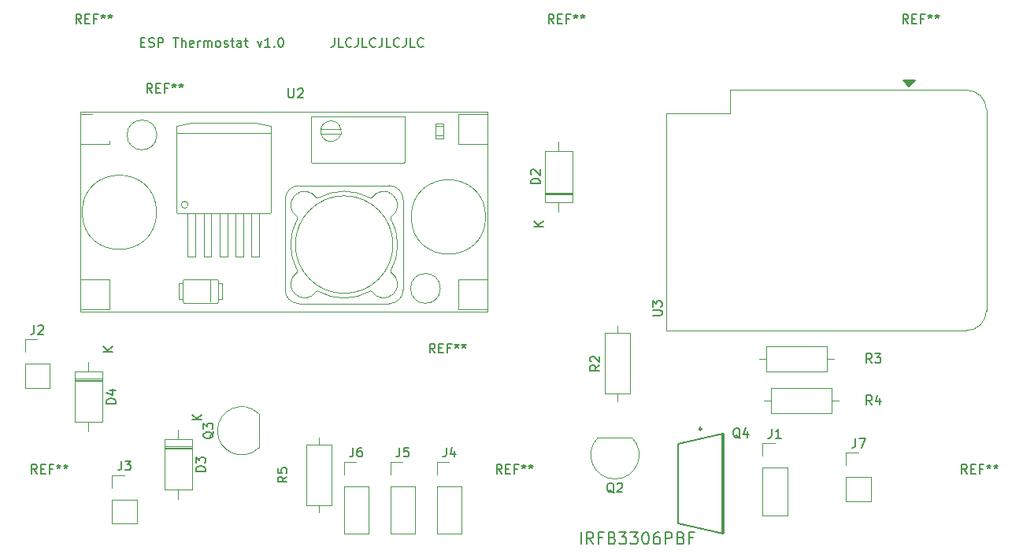
<source format=gbr>
%TF.GenerationSoftware,KiCad,Pcbnew,6.0.2+dfsg-1*%
%TF.CreationDate,2023-12-02T18:14:30+01:00*%
%TF.ProjectId,kicad_test_eurocard,6b696361-645f-4746-9573-745f6575726f,1.0*%
%TF.SameCoordinates,PX43b5fc0PY2ebae40*%
%TF.FileFunction,Legend,Top*%
%TF.FilePolarity,Positive*%
%FSLAX46Y46*%
G04 Gerber Fmt 4.6, Leading zero omitted, Abs format (unit mm)*
G04 Created by KiCad (PCBNEW 6.0.2+dfsg-1) date 2023-12-02 18:14:30*
%MOMM*%
%LPD*%
G01*
G04 APERTURE LIST*
%ADD10C,0.150000*%
%ADD11C,0.120000*%
%ADD12C,0.300000*%
%ADD13C,0.250000*%
G04 APERTURE END LIST*
D10*
X35641952Y-4037780D02*
X35641952Y-4752066D01*
X35594333Y-4894923D01*
X35499095Y-4990161D01*
X35356238Y-5037780D01*
X35261000Y-5037780D01*
X36594333Y-5037780D02*
X36118142Y-5037780D01*
X36118142Y-4037780D01*
X37499095Y-4942542D02*
X37451476Y-4990161D01*
X37308619Y-5037780D01*
X37213380Y-5037780D01*
X37070523Y-4990161D01*
X36975285Y-4894923D01*
X36927666Y-4799685D01*
X36880047Y-4609209D01*
X36880047Y-4466352D01*
X36927666Y-4275876D01*
X36975285Y-4180638D01*
X37070523Y-4085400D01*
X37213380Y-4037780D01*
X37308619Y-4037780D01*
X37451476Y-4085400D01*
X37499095Y-4133019D01*
X38213380Y-4037780D02*
X38213380Y-4752066D01*
X38165761Y-4894923D01*
X38070523Y-4990161D01*
X37927666Y-5037780D01*
X37832428Y-5037780D01*
X39165761Y-5037780D02*
X38689571Y-5037780D01*
X38689571Y-4037780D01*
X40070523Y-4942542D02*
X40022904Y-4990161D01*
X39880047Y-5037780D01*
X39784809Y-5037780D01*
X39641952Y-4990161D01*
X39546714Y-4894923D01*
X39499095Y-4799685D01*
X39451476Y-4609209D01*
X39451476Y-4466352D01*
X39499095Y-4275876D01*
X39546714Y-4180638D01*
X39641952Y-4085400D01*
X39784809Y-4037780D01*
X39880047Y-4037780D01*
X40022904Y-4085400D01*
X40070523Y-4133019D01*
X40784809Y-4037780D02*
X40784809Y-4752066D01*
X40737190Y-4894923D01*
X40641952Y-4990161D01*
X40499095Y-5037780D01*
X40403857Y-5037780D01*
X41737190Y-5037780D02*
X41261000Y-5037780D01*
X41261000Y-4037780D01*
X42641952Y-4942542D02*
X42594333Y-4990161D01*
X42451476Y-5037780D01*
X42356238Y-5037780D01*
X42213380Y-4990161D01*
X42118142Y-4894923D01*
X42070523Y-4799685D01*
X42022904Y-4609209D01*
X42022904Y-4466352D01*
X42070523Y-4275876D01*
X42118142Y-4180638D01*
X42213380Y-4085400D01*
X42356238Y-4037780D01*
X42451476Y-4037780D01*
X42594333Y-4085400D01*
X42641952Y-4133019D01*
X43356238Y-4037780D02*
X43356238Y-4752066D01*
X43308619Y-4894923D01*
X43213380Y-4990161D01*
X43070523Y-5037780D01*
X42975285Y-5037780D01*
X44308619Y-5037780D02*
X43832428Y-5037780D01*
X43832428Y-4037780D01*
X45213380Y-4942542D02*
X45165761Y-4990161D01*
X45022904Y-5037780D01*
X44927666Y-5037780D01*
X44784809Y-4990161D01*
X44689571Y-4894923D01*
X44641952Y-4799685D01*
X44594333Y-4609209D01*
X44594333Y-4466352D01*
X44641952Y-4275876D01*
X44689571Y-4180638D01*
X44784809Y-4085400D01*
X44927666Y-4037780D01*
X45022904Y-4037780D01*
X45165761Y-4085400D01*
X45213380Y-4133019D01*
X14838142Y-4513971D02*
X15171476Y-4513971D01*
X15314333Y-5037780D02*
X14838142Y-5037780D01*
X14838142Y-4037780D01*
X15314333Y-4037780D01*
X15695285Y-4990161D02*
X15838142Y-5037780D01*
X16076238Y-5037780D01*
X16171476Y-4990161D01*
X16219095Y-4942542D01*
X16266714Y-4847304D01*
X16266714Y-4752066D01*
X16219095Y-4656828D01*
X16171476Y-4609209D01*
X16076238Y-4561590D01*
X15885761Y-4513971D01*
X15790523Y-4466352D01*
X15742904Y-4418733D01*
X15695285Y-4323495D01*
X15695285Y-4228257D01*
X15742904Y-4133019D01*
X15790523Y-4085400D01*
X15885761Y-4037780D01*
X16123857Y-4037780D01*
X16266714Y-4085400D01*
X16695285Y-5037780D02*
X16695285Y-4037780D01*
X17076238Y-4037780D01*
X17171476Y-4085400D01*
X17219095Y-4133019D01*
X17266714Y-4228257D01*
X17266714Y-4371114D01*
X17219095Y-4466352D01*
X17171476Y-4513971D01*
X17076238Y-4561590D01*
X16695285Y-4561590D01*
X18314333Y-4037780D02*
X18885761Y-4037780D01*
X18600047Y-5037780D02*
X18600047Y-4037780D01*
X19219095Y-5037780D02*
X19219095Y-4037780D01*
X19647666Y-5037780D02*
X19647666Y-4513971D01*
X19600047Y-4418733D01*
X19504809Y-4371114D01*
X19361952Y-4371114D01*
X19266714Y-4418733D01*
X19219095Y-4466352D01*
X20504809Y-4990161D02*
X20409571Y-5037780D01*
X20219095Y-5037780D01*
X20123857Y-4990161D01*
X20076238Y-4894923D01*
X20076238Y-4513971D01*
X20123857Y-4418733D01*
X20219095Y-4371114D01*
X20409571Y-4371114D01*
X20504809Y-4418733D01*
X20552428Y-4513971D01*
X20552428Y-4609209D01*
X20076238Y-4704447D01*
X20981000Y-5037780D02*
X20981000Y-4371114D01*
X20981000Y-4561590D02*
X21028619Y-4466352D01*
X21076238Y-4418733D01*
X21171476Y-4371114D01*
X21266714Y-4371114D01*
X21600047Y-5037780D02*
X21600047Y-4371114D01*
X21600047Y-4466352D02*
X21647666Y-4418733D01*
X21742904Y-4371114D01*
X21885761Y-4371114D01*
X21981000Y-4418733D01*
X22028619Y-4513971D01*
X22028619Y-5037780D01*
X22028619Y-4513971D02*
X22076238Y-4418733D01*
X22171476Y-4371114D01*
X22314333Y-4371114D01*
X22409571Y-4418733D01*
X22457190Y-4513971D01*
X22457190Y-5037780D01*
X23076238Y-5037780D02*
X22981000Y-4990161D01*
X22933380Y-4942542D01*
X22885761Y-4847304D01*
X22885761Y-4561590D01*
X22933380Y-4466352D01*
X22981000Y-4418733D01*
X23076238Y-4371114D01*
X23219095Y-4371114D01*
X23314333Y-4418733D01*
X23361952Y-4466352D01*
X23409571Y-4561590D01*
X23409571Y-4847304D01*
X23361952Y-4942542D01*
X23314333Y-4990161D01*
X23219095Y-5037780D01*
X23076238Y-5037780D01*
X23790523Y-4990161D02*
X23885761Y-5037780D01*
X24076238Y-5037780D01*
X24171476Y-4990161D01*
X24219095Y-4894923D01*
X24219095Y-4847304D01*
X24171476Y-4752066D01*
X24076238Y-4704447D01*
X23933380Y-4704447D01*
X23838142Y-4656828D01*
X23790523Y-4561590D01*
X23790523Y-4513971D01*
X23838142Y-4418733D01*
X23933380Y-4371114D01*
X24076238Y-4371114D01*
X24171476Y-4418733D01*
X24504809Y-4371114D02*
X24885761Y-4371114D01*
X24647666Y-4037780D02*
X24647666Y-4894923D01*
X24695285Y-4990161D01*
X24790523Y-5037780D01*
X24885761Y-5037780D01*
X25647666Y-5037780D02*
X25647666Y-4513971D01*
X25600047Y-4418733D01*
X25504809Y-4371114D01*
X25314333Y-4371114D01*
X25219095Y-4418733D01*
X25647666Y-4990161D02*
X25552428Y-5037780D01*
X25314333Y-5037780D01*
X25219095Y-4990161D01*
X25171476Y-4894923D01*
X25171476Y-4799685D01*
X25219095Y-4704447D01*
X25314333Y-4656828D01*
X25552428Y-4656828D01*
X25647666Y-4609209D01*
X25981000Y-4371114D02*
X26361952Y-4371114D01*
X26123857Y-4037780D02*
X26123857Y-4894923D01*
X26171476Y-4990161D01*
X26266714Y-5037780D01*
X26361952Y-5037780D01*
X27361952Y-4371114D02*
X27600047Y-5037780D01*
X27838142Y-4371114D01*
X28742904Y-5037780D02*
X28171476Y-5037780D01*
X28457190Y-5037780D02*
X28457190Y-4037780D01*
X28361952Y-4180638D01*
X28266714Y-4275876D01*
X28171476Y-4323495D01*
X29171476Y-4942542D02*
X29219095Y-4990161D01*
X29171476Y-5037780D01*
X29123857Y-4990161D01*
X29171476Y-4942542D01*
X29171476Y-5037780D01*
X29838142Y-4037780D02*
X29933380Y-4037780D01*
X30028619Y-4085400D01*
X30076238Y-4133019D01*
X30123857Y-4228257D01*
X30171476Y-4418733D01*
X30171476Y-4656828D01*
X30123857Y-4847304D01*
X30076238Y-4942542D01*
X30028619Y-4990161D01*
X29933380Y-5037780D01*
X29838142Y-5037780D01*
X29742904Y-4990161D01*
X29695285Y-4942542D01*
X29647666Y-4847304D01*
X29600047Y-4656828D01*
X29600047Y-4418733D01*
X29647666Y-4228257D01*
X29695285Y-4133019D01*
X29742904Y-4085400D01*
X29838142Y-4037780D01*
%TO.C,U2*%
X30710695Y-9498780D02*
X30710695Y-10308304D01*
X30758314Y-10403542D01*
X30805933Y-10451161D01*
X30901171Y-10498780D01*
X31091647Y-10498780D01*
X31186885Y-10451161D01*
X31234504Y-10403542D01*
X31282123Y-10308304D01*
X31282123Y-9498780D01*
X31710695Y-9594019D02*
X31758314Y-9546400D01*
X31853552Y-9498780D01*
X32091647Y-9498780D01*
X32186885Y-9546400D01*
X32234504Y-9594019D01*
X32282123Y-9689257D01*
X32282123Y-9784495D01*
X32234504Y-9927352D01*
X31663076Y-10498780D01*
X32282123Y-10498780D01*
%TO.C,U3*%
X69863380Y-33925904D02*
X70672904Y-33925904D01*
X70768142Y-33878285D01*
X70815761Y-33830666D01*
X70863380Y-33735428D01*
X70863380Y-33544952D01*
X70815761Y-33449714D01*
X70768142Y-33402095D01*
X70672904Y-33354476D01*
X69863380Y-33354476D01*
X69863380Y-32973523D02*
X69863380Y-32354476D01*
X70244333Y-32687809D01*
X70244333Y-32544952D01*
X70291952Y-32449714D01*
X70339571Y-32402095D01*
X70434809Y-32354476D01*
X70672904Y-32354476D01*
X70768142Y-32402095D01*
X70815761Y-32449714D01*
X70863380Y-32544952D01*
X70863380Y-32830666D01*
X70815761Y-32925904D01*
X70768142Y-32973523D01*
%TO.C,REF\u002A\u002A*%
X8447666Y-2497780D02*
X8114333Y-2021590D01*
X7876238Y-2497780D02*
X7876238Y-1497780D01*
X8257190Y-1497780D01*
X8352428Y-1545400D01*
X8400047Y-1593019D01*
X8447666Y-1688257D01*
X8447666Y-1831114D01*
X8400047Y-1926352D01*
X8352428Y-1973971D01*
X8257190Y-2021590D01*
X7876238Y-2021590D01*
X8876238Y-1973971D02*
X9209571Y-1973971D01*
X9352428Y-2497780D02*
X8876238Y-2497780D01*
X8876238Y-1497780D01*
X9352428Y-1497780D01*
X10114333Y-1973971D02*
X9781000Y-1973971D01*
X9781000Y-2497780D02*
X9781000Y-1497780D01*
X10257190Y-1497780D01*
X10781000Y-1497780D02*
X10781000Y-1735876D01*
X10542904Y-1640638D02*
X10781000Y-1735876D01*
X11019095Y-1640638D01*
X10638142Y-1926352D02*
X10781000Y-1735876D01*
X10923857Y-1926352D01*
X11542904Y-1497780D02*
X11542904Y-1735876D01*
X11304809Y-1640638D02*
X11542904Y-1735876D01*
X11781000Y-1640638D01*
X11400047Y-1926352D02*
X11542904Y-1735876D01*
X11685761Y-1926352D01*
X59247666Y-2497780D02*
X58914333Y-2021590D01*
X58676238Y-2497780D02*
X58676238Y-1497780D01*
X59057190Y-1497780D01*
X59152428Y-1545400D01*
X59200047Y-1593019D01*
X59247666Y-1688257D01*
X59247666Y-1831114D01*
X59200047Y-1926352D01*
X59152428Y-1973971D01*
X59057190Y-2021590D01*
X58676238Y-2021590D01*
X59676238Y-1973971D02*
X60009571Y-1973971D01*
X60152428Y-2497780D02*
X59676238Y-2497780D01*
X59676238Y-1497780D01*
X60152428Y-1497780D01*
X60914333Y-1973971D02*
X60581000Y-1973971D01*
X60581000Y-2497780D02*
X60581000Y-1497780D01*
X61057190Y-1497780D01*
X61581000Y-1497780D02*
X61581000Y-1735876D01*
X61342904Y-1640638D02*
X61581000Y-1735876D01*
X61819095Y-1640638D01*
X61438142Y-1926352D02*
X61581000Y-1735876D01*
X61723857Y-1926352D01*
X62342904Y-1497780D02*
X62342904Y-1735876D01*
X62104809Y-1640638D02*
X62342904Y-1735876D01*
X62581000Y-1640638D01*
X62200047Y-1926352D02*
X62342904Y-1735876D01*
X62485761Y-1926352D01*
X97347666Y-2497780D02*
X97014333Y-2021590D01*
X96776238Y-2497780D02*
X96776238Y-1497780D01*
X97157190Y-1497780D01*
X97252428Y-1545400D01*
X97300047Y-1593019D01*
X97347666Y-1688257D01*
X97347666Y-1831114D01*
X97300047Y-1926352D01*
X97252428Y-1973971D01*
X97157190Y-2021590D01*
X96776238Y-2021590D01*
X97776238Y-1973971D02*
X98109571Y-1973971D01*
X98252428Y-2497780D02*
X97776238Y-2497780D01*
X97776238Y-1497780D01*
X98252428Y-1497780D01*
X99014333Y-1973971D02*
X98681000Y-1973971D01*
X98681000Y-2497780D02*
X98681000Y-1497780D01*
X99157190Y-1497780D01*
X99681000Y-1497780D02*
X99681000Y-1735876D01*
X99442904Y-1640638D02*
X99681000Y-1735876D01*
X99919095Y-1640638D01*
X99538142Y-1926352D02*
X99681000Y-1735876D01*
X99823857Y-1926352D01*
X100442904Y-1497780D02*
X100442904Y-1735876D01*
X100204809Y-1640638D02*
X100442904Y-1735876D01*
X100681000Y-1640638D01*
X100300047Y-1926352D02*
X100442904Y-1735876D01*
X100585761Y-1926352D01*
X3666666Y-50952380D02*
X3333333Y-50476190D01*
X3095238Y-50952380D02*
X3095238Y-49952380D01*
X3476190Y-49952380D01*
X3571428Y-50000000D01*
X3619047Y-50047619D01*
X3666666Y-50142857D01*
X3666666Y-50285714D01*
X3619047Y-50380952D01*
X3571428Y-50428571D01*
X3476190Y-50476190D01*
X3095238Y-50476190D01*
X4095238Y-50428571D02*
X4428571Y-50428571D01*
X4571428Y-50952380D02*
X4095238Y-50952380D01*
X4095238Y-49952380D01*
X4571428Y-49952380D01*
X5333333Y-50428571D02*
X5000000Y-50428571D01*
X5000000Y-50952380D02*
X5000000Y-49952380D01*
X5476190Y-49952380D01*
X6000000Y-49952380D02*
X6000000Y-50190476D01*
X5761904Y-50095238D02*
X6000000Y-50190476D01*
X6238095Y-50095238D01*
X5857142Y-50380952D02*
X6000000Y-50190476D01*
X6142857Y-50380952D01*
X6761904Y-49952380D02*
X6761904Y-50190476D01*
X6523809Y-50095238D02*
X6761904Y-50190476D01*
X7000000Y-50095238D01*
X6619047Y-50380952D02*
X6761904Y-50190476D01*
X6904761Y-50380952D01*
X53666666Y-50952380D02*
X53333333Y-50476190D01*
X53095238Y-50952380D02*
X53095238Y-49952380D01*
X53476190Y-49952380D01*
X53571428Y-50000000D01*
X53619047Y-50047619D01*
X53666666Y-50142857D01*
X53666666Y-50285714D01*
X53619047Y-50380952D01*
X53571428Y-50428571D01*
X53476190Y-50476190D01*
X53095238Y-50476190D01*
X54095238Y-50428571D02*
X54428571Y-50428571D01*
X54571428Y-50952380D02*
X54095238Y-50952380D01*
X54095238Y-49952380D01*
X54571428Y-49952380D01*
X55333333Y-50428571D02*
X55000000Y-50428571D01*
X55000000Y-50952380D02*
X55000000Y-49952380D01*
X55476190Y-49952380D01*
X56000000Y-49952380D02*
X56000000Y-50190476D01*
X55761904Y-50095238D02*
X56000000Y-50190476D01*
X56238095Y-50095238D01*
X55857142Y-50380952D02*
X56000000Y-50190476D01*
X56142857Y-50380952D01*
X56761904Y-49952380D02*
X56761904Y-50190476D01*
X56523809Y-50095238D02*
X56761904Y-50190476D01*
X57000000Y-50095238D01*
X56619047Y-50380952D02*
X56761904Y-50190476D01*
X56904761Y-50380952D01*
X103666666Y-50952380D02*
X103333333Y-50476190D01*
X103095238Y-50952380D02*
X103095238Y-49952380D01*
X103476190Y-49952380D01*
X103571428Y-50000000D01*
X103619047Y-50047619D01*
X103666666Y-50142857D01*
X103666666Y-50285714D01*
X103619047Y-50380952D01*
X103571428Y-50428571D01*
X103476190Y-50476190D01*
X103095238Y-50476190D01*
X104095238Y-50428571D02*
X104428571Y-50428571D01*
X104571428Y-50952380D02*
X104095238Y-50952380D01*
X104095238Y-49952380D01*
X104571428Y-49952380D01*
X105333333Y-50428571D02*
X105000000Y-50428571D01*
X105000000Y-50952380D02*
X105000000Y-49952380D01*
X105476190Y-49952380D01*
X106000000Y-49952380D02*
X106000000Y-50190476D01*
X105761904Y-50095238D02*
X106000000Y-50190476D01*
X106238095Y-50095238D01*
X105857142Y-50380952D02*
X106000000Y-50190476D01*
X106142857Y-50380952D01*
X106761904Y-49952380D02*
X106761904Y-50190476D01*
X106523809Y-50095238D02*
X106761904Y-50190476D01*
X107000000Y-50095238D01*
X106619047Y-50380952D02*
X106761904Y-50190476D01*
X106904761Y-50380952D01*
%TO.C,D2*%
X57750580Y-19725295D02*
X56750580Y-19725295D01*
X56750580Y-19487200D01*
X56798200Y-19344342D01*
X56893438Y-19249104D01*
X56988676Y-19201485D01*
X57179152Y-19153866D01*
X57322009Y-19153866D01*
X57512485Y-19201485D01*
X57607723Y-19249104D01*
X57702961Y-19344342D01*
X57750580Y-19487200D01*
X57750580Y-19725295D01*
X56845819Y-18772914D02*
X56798200Y-18725295D01*
X56750580Y-18630057D01*
X56750580Y-18391961D01*
X56798200Y-18296723D01*
X56845819Y-18249104D01*
X56941057Y-18201485D01*
X57036295Y-18201485D01*
X57179152Y-18249104D01*
X57750580Y-18820533D01*
X57750580Y-18201485D01*
X58120580Y-24329104D02*
X57120580Y-24329104D01*
X58120580Y-23757676D02*
X57549152Y-24186247D01*
X57120580Y-23757676D02*
X57692009Y-24329104D01*
%TO.C,D3*%
X21771180Y-50687895D02*
X20771180Y-50687895D01*
X20771180Y-50449800D01*
X20818800Y-50306942D01*
X20914038Y-50211704D01*
X21009276Y-50164085D01*
X21199752Y-50116466D01*
X21342609Y-50116466D01*
X21533085Y-50164085D01*
X21628323Y-50211704D01*
X21723561Y-50306942D01*
X21771180Y-50449800D01*
X21771180Y-50687895D01*
X20771180Y-49783133D02*
X20771180Y-49164085D01*
X21152133Y-49497419D01*
X21152133Y-49354561D01*
X21199752Y-49259323D01*
X21247371Y-49211704D01*
X21342609Y-49164085D01*
X21580704Y-49164085D01*
X21675942Y-49211704D01*
X21723561Y-49259323D01*
X21771180Y-49354561D01*
X21771180Y-49640276D01*
X21723561Y-49735514D01*
X21675942Y-49783133D01*
X21401180Y-45131704D02*
X20401180Y-45131704D01*
X21401180Y-44560276D02*
X20829752Y-44988847D01*
X20401180Y-44560276D02*
X20972609Y-45131704D01*
%TO.C,D4*%
X12144580Y-43398095D02*
X11144580Y-43398095D01*
X11144580Y-43160000D01*
X11192200Y-43017142D01*
X11287438Y-42921904D01*
X11382676Y-42874285D01*
X11573152Y-42826666D01*
X11716009Y-42826666D01*
X11906485Y-42874285D01*
X12001723Y-42921904D01*
X12096961Y-43017142D01*
X12144580Y-43160000D01*
X12144580Y-43398095D01*
X11477914Y-41969523D02*
X12144580Y-41969523D01*
X11096961Y-42207619D02*
X11811247Y-42445714D01*
X11811247Y-41826666D01*
X11774580Y-37841904D02*
X10774580Y-37841904D01*
X11774580Y-37270476D02*
X11203152Y-37699047D01*
X10774580Y-37270476D02*
X11346009Y-37841904D01*
%TO.C,J1*%
X82666666Y-46122380D02*
X82666666Y-46836666D01*
X82619047Y-46979523D01*
X82523809Y-47074761D01*
X82380952Y-47122380D01*
X82285714Y-47122380D01*
X83666666Y-47122380D02*
X83095238Y-47122380D01*
X83380952Y-47122380D02*
X83380952Y-46122380D01*
X83285714Y-46265238D01*
X83190476Y-46360476D01*
X83095238Y-46408095D01*
%TO.C,J2*%
X3377066Y-34956380D02*
X3377066Y-35670666D01*
X3329447Y-35813523D01*
X3234209Y-35908761D01*
X3091352Y-35956380D01*
X2996114Y-35956380D01*
X3805638Y-35051619D02*
X3853257Y-35004000D01*
X3948495Y-34956380D01*
X4186590Y-34956380D01*
X4281828Y-35004000D01*
X4329447Y-35051619D01*
X4377066Y-35146857D01*
X4377066Y-35242095D01*
X4329447Y-35384952D01*
X3758019Y-35956380D01*
X4377066Y-35956380D01*
%TO.C,J3*%
X12749666Y-49561380D02*
X12749666Y-50275666D01*
X12702047Y-50418523D01*
X12606809Y-50513761D01*
X12463952Y-50561380D01*
X12368714Y-50561380D01*
X13130619Y-49561380D02*
X13749666Y-49561380D01*
X13416333Y-49942333D01*
X13559190Y-49942333D01*
X13654428Y-49989952D01*
X13702047Y-50037571D01*
X13749666Y-50132809D01*
X13749666Y-50370904D01*
X13702047Y-50466142D01*
X13654428Y-50513761D01*
X13559190Y-50561380D01*
X13273476Y-50561380D01*
X13178238Y-50513761D01*
X13130619Y-50466142D01*
%TO.C,J4*%
X47666666Y-48122380D02*
X47666666Y-48836666D01*
X47619047Y-48979523D01*
X47523809Y-49074761D01*
X47380952Y-49122380D01*
X47285714Y-49122380D01*
X48571428Y-48455714D02*
X48571428Y-49122380D01*
X48333333Y-48074761D02*
X48095238Y-48789047D01*
X48714285Y-48789047D01*
%TO.C,J5*%
X42666666Y-48122380D02*
X42666666Y-48836666D01*
X42619047Y-48979523D01*
X42523809Y-49074761D01*
X42380952Y-49122380D01*
X42285714Y-49122380D01*
X43619047Y-48122380D02*
X43142857Y-48122380D01*
X43095238Y-48598571D01*
X43142857Y-48550952D01*
X43238095Y-48503333D01*
X43476190Y-48503333D01*
X43571428Y-48550952D01*
X43619047Y-48598571D01*
X43666666Y-48693809D01*
X43666666Y-48931904D01*
X43619047Y-49027142D01*
X43571428Y-49074761D01*
X43476190Y-49122380D01*
X43238095Y-49122380D01*
X43142857Y-49074761D01*
X43095238Y-49027142D01*
%TO.C,J6*%
X37666666Y-48122380D02*
X37666666Y-48836666D01*
X37619047Y-48979523D01*
X37523809Y-49074761D01*
X37380952Y-49122380D01*
X37285714Y-49122380D01*
X38571428Y-48122380D02*
X38380952Y-48122380D01*
X38285714Y-48170000D01*
X38238095Y-48217619D01*
X38142857Y-48360476D01*
X38095238Y-48550952D01*
X38095238Y-48931904D01*
X38142857Y-49027142D01*
X38190476Y-49074761D01*
X38285714Y-49122380D01*
X38476190Y-49122380D01*
X38571428Y-49074761D01*
X38619047Y-49027142D01*
X38666666Y-48931904D01*
X38666666Y-48693809D01*
X38619047Y-48598571D01*
X38571428Y-48550952D01*
X38476190Y-48503333D01*
X38285714Y-48503333D01*
X38190476Y-48550952D01*
X38142857Y-48598571D01*
X38095238Y-48693809D01*
%TO.C,J7*%
X91666666Y-47122380D02*
X91666666Y-47836666D01*
X91619047Y-47979523D01*
X91523809Y-48074761D01*
X91380952Y-48122380D01*
X91285714Y-48122380D01*
X92047619Y-47122380D02*
X92714285Y-47122380D01*
X92285714Y-48122380D01*
%TO.C,Q2*%
X65718161Y-53016019D02*
X65622923Y-52968400D01*
X65527685Y-52873161D01*
X65384828Y-52730304D01*
X65289590Y-52682685D01*
X65194352Y-52682685D01*
X65241971Y-52920780D02*
X65146733Y-52873161D01*
X65051495Y-52777923D01*
X65003876Y-52587447D01*
X65003876Y-52254114D01*
X65051495Y-52063638D01*
X65146733Y-51968400D01*
X65241971Y-51920780D01*
X65432447Y-51920780D01*
X65527685Y-51968400D01*
X65622923Y-52063638D01*
X65670542Y-52254114D01*
X65670542Y-52587447D01*
X65622923Y-52777923D01*
X65527685Y-52873161D01*
X65432447Y-52920780D01*
X65241971Y-52920780D01*
X66051495Y-52016019D02*
X66099114Y-51968400D01*
X66194352Y-51920780D01*
X66432447Y-51920780D01*
X66527685Y-51968400D01*
X66575304Y-52016019D01*
X66622923Y-52111257D01*
X66622923Y-52206495D01*
X66575304Y-52349352D01*
X66003876Y-52920780D01*
X66622923Y-52920780D01*
%TO.C,Q3*%
X22669019Y-46412838D02*
X22621400Y-46508076D01*
X22526161Y-46603314D01*
X22383304Y-46746171D01*
X22335685Y-46841409D01*
X22335685Y-46936647D01*
X22573780Y-46889028D02*
X22526161Y-46984266D01*
X22430923Y-47079504D01*
X22240447Y-47127123D01*
X21907114Y-47127123D01*
X21716638Y-47079504D01*
X21621400Y-46984266D01*
X21573780Y-46889028D01*
X21573780Y-46698552D01*
X21621400Y-46603314D01*
X21716638Y-46508076D01*
X21907114Y-46460457D01*
X22240447Y-46460457D01*
X22430923Y-46508076D01*
X22526161Y-46603314D01*
X22573780Y-46698552D01*
X22573780Y-46889028D01*
X21573780Y-46127123D02*
X21573780Y-45508076D01*
X21954733Y-45841409D01*
X21954733Y-45698552D01*
X22002352Y-45603314D01*
X22049971Y-45555695D01*
X22145209Y-45508076D01*
X22383304Y-45508076D01*
X22478542Y-45555695D01*
X22526161Y-45603314D01*
X22573780Y-45698552D01*
X22573780Y-45984266D01*
X22526161Y-46079504D01*
X22478542Y-46127123D01*
%TO.C,Q4*%
X79277261Y-47132619D02*
X79182023Y-47085000D01*
X79086785Y-46989761D01*
X78943928Y-46846904D01*
X78848690Y-46799285D01*
X78753452Y-46799285D01*
X78801071Y-47037380D02*
X78705833Y-46989761D01*
X78610595Y-46894523D01*
X78562976Y-46704047D01*
X78562976Y-46370714D01*
X78610595Y-46180238D01*
X78705833Y-46085000D01*
X78801071Y-46037380D01*
X78991547Y-46037380D01*
X79086785Y-46085000D01*
X79182023Y-46180238D01*
X79229642Y-46370714D01*
X79229642Y-46704047D01*
X79182023Y-46894523D01*
X79086785Y-46989761D01*
X78991547Y-47037380D01*
X78801071Y-47037380D01*
X80086785Y-46370714D02*
X80086785Y-47037380D01*
X79848690Y-45989761D02*
X79610595Y-46704047D01*
X80229642Y-46704047D01*
X62153380Y-58499923D02*
X62153380Y-57229923D01*
X63483857Y-58499923D02*
X63060523Y-57895161D01*
X62758142Y-58499923D02*
X62758142Y-57229923D01*
X63241952Y-57229923D01*
X63362904Y-57290400D01*
X63423380Y-57350876D01*
X63483857Y-57471828D01*
X63483857Y-57653257D01*
X63423380Y-57774209D01*
X63362904Y-57834685D01*
X63241952Y-57895161D01*
X62758142Y-57895161D01*
X64451476Y-57834685D02*
X64028142Y-57834685D01*
X64028142Y-58499923D02*
X64028142Y-57229923D01*
X64632904Y-57229923D01*
X65540047Y-57834685D02*
X65721476Y-57895161D01*
X65781952Y-57955638D01*
X65842428Y-58076590D01*
X65842428Y-58258019D01*
X65781952Y-58378971D01*
X65721476Y-58439447D01*
X65600523Y-58499923D01*
X65116714Y-58499923D01*
X65116714Y-57229923D01*
X65540047Y-57229923D01*
X65661000Y-57290400D01*
X65721476Y-57350876D01*
X65781952Y-57471828D01*
X65781952Y-57592780D01*
X65721476Y-57713733D01*
X65661000Y-57774209D01*
X65540047Y-57834685D01*
X65116714Y-57834685D01*
X66265761Y-57229923D02*
X67051952Y-57229923D01*
X66628619Y-57713733D01*
X66810047Y-57713733D01*
X66931000Y-57774209D01*
X66991476Y-57834685D01*
X67051952Y-57955638D01*
X67051952Y-58258019D01*
X66991476Y-58378971D01*
X66931000Y-58439447D01*
X66810047Y-58499923D01*
X66447190Y-58499923D01*
X66326238Y-58439447D01*
X66265761Y-58378971D01*
X67475285Y-57229923D02*
X68261476Y-57229923D01*
X67838142Y-57713733D01*
X68019571Y-57713733D01*
X68140523Y-57774209D01*
X68201000Y-57834685D01*
X68261476Y-57955638D01*
X68261476Y-58258019D01*
X68201000Y-58378971D01*
X68140523Y-58439447D01*
X68019571Y-58499923D01*
X67656714Y-58499923D01*
X67535761Y-58439447D01*
X67475285Y-58378971D01*
X69047666Y-57229923D02*
X69168619Y-57229923D01*
X69289571Y-57290400D01*
X69350047Y-57350876D01*
X69410523Y-57471828D01*
X69471000Y-57713733D01*
X69471000Y-58016114D01*
X69410523Y-58258019D01*
X69350047Y-58378971D01*
X69289571Y-58439447D01*
X69168619Y-58499923D01*
X69047666Y-58499923D01*
X68926714Y-58439447D01*
X68866238Y-58378971D01*
X68805761Y-58258019D01*
X68745285Y-58016114D01*
X68745285Y-57713733D01*
X68805761Y-57471828D01*
X68866238Y-57350876D01*
X68926714Y-57290400D01*
X69047666Y-57229923D01*
X70559571Y-57229923D02*
X70317666Y-57229923D01*
X70196714Y-57290400D01*
X70136238Y-57350876D01*
X70015285Y-57532304D01*
X69954809Y-57774209D01*
X69954809Y-58258019D01*
X70015285Y-58378971D01*
X70075761Y-58439447D01*
X70196714Y-58499923D01*
X70438619Y-58499923D01*
X70559571Y-58439447D01*
X70620047Y-58378971D01*
X70680523Y-58258019D01*
X70680523Y-57955638D01*
X70620047Y-57834685D01*
X70559571Y-57774209D01*
X70438619Y-57713733D01*
X70196714Y-57713733D01*
X70075761Y-57774209D01*
X70015285Y-57834685D01*
X69954809Y-57955638D01*
X71224809Y-58499923D02*
X71224809Y-57229923D01*
X71708619Y-57229923D01*
X71829571Y-57290400D01*
X71890047Y-57350876D01*
X71950523Y-57471828D01*
X71950523Y-57653257D01*
X71890047Y-57774209D01*
X71829571Y-57834685D01*
X71708619Y-57895161D01*
X71224809Y-57895161D01*
X72918142Y-57834685D02*
X73099571Y-57895161D01*
X73160047Y-57955638D01*
X73220523Y-58076590D01*
X73220523Y-58258019D01*
X73160047Y-58378971D01*
X73099571Y-58439447D01*
X72978619Y-58499923D01*
X72494809Y-58499923D01*
X72494809Y-57229923D01*
X72918142Y-57229923D01*
X73039095Y-57290400D01*
X73099571Y-57350876D01*
X73160047Y-57471828D01*
X73160047Y-57592780D01*
X73099571Y-57713733D01*
X73039095Y-57774209D01*
X72918142Y-57834685D01*
X72494809Y-57834685D01*
X74188142Y-57834685D02*
X73764809Y-57834685D01*
X73764809Y-58499923D02*
X73764809Y-57229923D01*
X74369571Y-57229923D01*
%TO.C,R2*%
X64149780Y-39245266D02*
X63673590Y-39578600D01*
X64149780Y-39816695D02*
X63149780Y-39816695D01*
X63149780Y-39435742D01*
X63197400Y-39340504D01*
X63245019Y-39292885D01*
X63340257Y-39245266D01*
X63483114Y-39245266D01*
X63578352Y-39292885D01*
X63625971Y-39340504D01*
X63673590Y-39435742D01*
X63673590Y-39816695D01*
X63245019Y-38864314D02*
X63197400Y-38816695D01*
X63149780Y-38721457D01*
X63149780Y-38483361D01*
X63197400Y-38388123D01*
X63245019Y-38340504D01*
X63340257Y-38292885D01*
X63435495Y-38292885D01*
X63578352Y-38340504D01*
X64149780Y-38911933D01*
X64149780Y-38292885D01*
%TO.C,R3*%
X93434333Y-39022980D02*
X93101000Y-38546790D01*
X92862904Y-39022980D02*
X92862904Y-38022980D01*
X93243857Y-38022980D01*
X93339095Y-38070600D01*
X93386714Y-38118219D01*
X93434333Y-38213457D01*
X93434333Y-38356314D01*
X93386714Y-38451552D01*
X93339095Y-38499171D01*
X93243857Y-38546790D01*
X92862904Y-38546790D01*
X93767666Y-38022980D02*
X94386714Y-38022980D01*
X94053380Y-38403933D01*
X94196238Y-38403933D01*
X94291476Y-38451552D01*
X94339095Y-38499171D01*
X94386714Y-38594409D01*
X94386714Y-38832504D01*
X94339095Y-38927742D01*
X94291476Y-38975361D01*
X94196238Y-39022980D01*
X93910523Y-39022980D01*
X93815285Y-38975361D01*
X93767666Y-38927742D01*
%TO.C,R4*%
X93434333Y-43518780D02*
X93101000Y-43042590D01*
X92862904Y-43518780D02*
X92862904Y-42518780D01*
X93243857Y-42518780D01*
X93339095Y-42566400D01*
X93386714Y-42614019D01*
X93434333Y-42709257D01*
X93434333Y-42852114D01*
X93386714Y-42947352D01*
X93339095Y-42994971D01*
X93243857Y-43042590D01*
X92862904Y-43042590D01*
X94291476Y-42852114D02*
X94291476Y-43518780D01*
X94053380Y-42471161D02*
X93815285Y-43185447D01*
X94434333Y-43185447D01*
%TO.C,R5*%
X30553380Y-51246666D02*
X30077190Y-51580000D01*
X30553380Y-51818095D02*
X29553380Y-51818095D01*
X29553380Y-51437142D01*
X29601000Y-51341904D01*
X29648619Y-51294285D01*
X29743857Y-51246666D01*
X29886714Y-51246666D01*
X29981952Y-51294285D01*
X30029571Y-51341904D01*
X30077190Y-51437142D01*
X30077190Y-51818095D01*
X29553380Y-50341904D02*
X29553380Y-50818095D01*
X30029571Y-50865714D01*
X29981952Y-50818095D01*
X29934333Y-50722857D01*
X29934333Y-50484761D01*
X29981952Y-50389523D01*
X30029571Y-50341904D01*
X30124809Y-50294285D01*
X30362904Y-50294285D01*
X30458142Y-50341904D01*
X30505761Y-50389523D01*
X30553380Y-50484761D01*
X30553380Y-50722857D01*
X30505761Y-50818095D01*
X30458142Y-50865714D01*
%TO.C,REF\u002A\u002A*%
X46465492Y-37936805D02*
X46132159Y-37460615D01*
X45894064Y-37936805D02*
X45894064Y-36936805D01*
X46275016Y-36936805D01*
X46370254Y-36984425D01*
X46417873Y-37032044D01*
X46465492Y-37127282D01*
X46465492Y-37270139D01*
X46417873Y-37365377D01*
X46370254Y-37412996D01*
X46275016Y-37460615D01*
X45894064Y-37460615D01*
X46894064Y-37412996D02*
X47227397Y-37412996D01*
X47370254Y-37936805D02*
X46894064Y-37936805D01*
X46894064Y-36936805D01*
X47370254Y-36936805D01*
X48132159Y-37412996D02*
X47798826Y-37412996D01*
X47798826Y-37936805D02*
X47798826Y-36936805D01*
X48275016Y-36936805D01*
X48798826Y-36936805D02*
X48798826Y-37174901D01*
X48560730Y-37079663D02*
X48798826Y-37174901D01*
X49036921Y-37079663D01*
X48655968Y-37365377D02*
X48798826Y-37174901D01*
X48941683Y-37365377D01*
X49560730Y-36936805D02*
X49560730Y-37174901D01*
X49322635Y-37079663D02*
X49560730Y-37174901D01*
X49798826Y-37079663D01*
X49417873Y-37365377D02*
X49560730Y-37174901D01*
X49703587Y-37365377D01*
X16076392Y-9964600D02*
X15743059Y-9488410D01*
X15504964Y-9964600D02*
X15504964Y-8964600D01*
X15885916Y-8964600D01*
X15981154Y-9012220D01*
X16028773Y-9059839D01*
X16076392Y-9155077D01*
X16076392Y-9297934D01*
X16028773Y-9393172D01*
X15981154Y-9440791D01*
X15885916Y-9488410D01*
X15504964Y-9488410D01*
X16504964Y-9440791D02*
X16838297Y-9440791D01*
X16981154Y-9964600D02*
X16504964Y-9964600D01*
X16504964Y-8964600D01*
X16981154Y-8964600D01*
X17743059Y-9440791D02*
X17409726Y-9440791D01*
X17409726Y-9964600D02*
X17409726Y-8964600D01*
X17885916Y-8964600D01*
X18409726Y-8964600D02*
X18409726Y-9202696D01*
X18171630Y-9107458D02*
X18409726Y-9202696D01*
X18647821Y-9107458D01*
X18266868Y-9393172D02*
X18409726Y-9202696D01*
X18552583Y-9393172D01*
X19171630Y-8964600D02*
X19171630Y-9202696D01*
X18933535Y-9107458D02*
X19171630Y-9202696D01*
X19409726Y-9107458D01*
X19028773Y-9393172D02*
X19171630Y-9202696D01*
X19314487Y-9393172D01*
D11*
%TO.C,U2*%
X23614236Y-32164617D02*
X23164236Y-32164617D01*
X48942600Y-15436400D02*
X52102600Y-15436400D01*
X47331281Y-13236696D02*
X47331281Y-14836695D01*
X47331281Y-13236696D02*
X46531281Y-13236696D01*
X27142833Y-13203071D02*
X28792833Y-13494010D01*
X47331281Y-14516695D02*
X46531281Y-14516695D01*
X43182383Y-12538695D02*
X43182383Y-17438694D01*
X19892833Y-27553070D02*
X19892833Y-22923070D01*
X48942600Y-12276400D02*
X52057600Y-12276400D01*
X18632833Y-22845506D02*
X18710397Y-22923070D01*
X18914236Y-32164617D02*
X18914236Y-30414617D01*
X24992833Y-27553070D02*
X24992833Y-22923070D01*
X22293958Y-30139617D02*
X22293958Y-32439617D01*
X47331281Y-14836695D02*
X46531281Y-14836695D01*
X23165236Y-30651096D02*
X23165236Y-30556544D01*
X48942600Y-33216400D02*
X48942600Y-30056400D01*
X8332600Y-33216400D02*
X11462600Y-33216400D01*
X24132833Y-27553070D02*
X24132833Y-22923070D01*
X41824912Y-12487695D02*
X41790957Y-12487695D01*
X8332600Y-15431400D02*
X11462600Y-15436400D01*
X52077600Y-33471400D02*
X52077600Y-12021400D01*
X23164236Y-30414617D02*
X23614236Y-30414617D01*
X46531281Y-13556696D02*
X47331281Y-13556696D01*
X23292833Y-27553070D02*
X24132833Y-27553070D01*
X22432833Y-27553070D02*
X22432833Y-22923070D01*
X8327600Y-12021400D02*
X8327600Y-33471400D01*
X8332600Y-30056400D02*
X11462600Y-30056400D01*
X28715270Y-22923070D02*
X28792833Y-22845506D01*
X11462600Y-30056400D02*
X11462600Y-33216400D01*
X34231194Y-13863694D02*
X34206747Y-13858462D01*
X23292833Y-27553070D02*
X23292833Y-22923070D01*
X48942600Y-33216400D02*
X52057600Y-33216400D01*
X34243153Y-14338694D02*
X36321614Y-14338694D01*
X19892833Y-27553070D02*
X20732833Y-27553070D01*
X43049997Y-31142196D02*
X43049997Y-21442196D01*
X23064236Y-32539617D02*
X19464236Y-32539617D01*
X30349997Y-21442196D02*
X30349997Y-31142196D01*
X18710397Y-22923070D02*
X28715270Y-22923070D01*
X26692833Y-27553070D02*
X27532833Y-27553070D01*
X19464236Y-30039617D02*
X23064236Y-30039617D01*
X8332600Y-12276400D02*
X9632600Y-12276400D01*
X33182383Y-17438694D02*
X33182383Y-12538695D01*
X18914236Y-30414617D02*
X19364236Y-30414617D01*
X23164236Y-30139617D02*
X23164236Y-32439617D01*
X46531281Y-14836695D02*
X46531281Y-13236696D01*
X48942600Y-30056400D02*
X52057600Y-30056400D01*
X36321614Y-13838695D02*
X34243153Y-13838695D01*
X20282833Y-13203071D02*
X27142833Y-13203071D01*
X11462600Y-15126400D02*
X11462600Y-15436400D01*
X34218985Y-13807300D02*
X34243153Y-13838695D01*
X24992833Y-27553070D02*
X25832833Y-27553070D01*
X41741578Y-12487695D02*
X41696706Y-12487695D01*
X19364236Y-32164617D02*
X18914236Y-32164617D01*
X19364236Y-32439617D02*
X19364236Y-30139617D01*
X18632833Y-13494010D02*
X20282833Y-13203071D01*
X28792833Y-22845506D02*
X28792833Y-13494010D01*
X34231194Y-13863694D02*
X34243153Y-13838695D01*
X21592833Y-27553070D02*
X21592833Y-22923070D01*
X34231194Y-13863694D02*
X34238364Y-13832475D01*
X8327600Y-33471400D02*
X52077600Y-33471400D01*
X23614236Y-30414617D02*
X23614236Y-32164617D01*
X21592833Y-27553070D02*
X22432833Y-27553070D01*
X26692833Y-27553070D02*
X26692833Y-22923070D01*
X31849997Y-32642196D02*
X41549997Y-32642196D01*
X18632833Y-22845506D02*
X18632833Y-13494010D01*
X41549997Y-19942196D02*
X31849997Y-19942196D01*
X33232383Y-12488695D02*
X43132383Y-12488695D01*
X20732833Y-27553070D02*
X20732833Y-22923070D01*
X48942600Y-15436400D02*
X48942600Y-12276400D01*
X18631833Y-14860549D02*
X18631833Y-15022087D01*
X27532833Y-27553070D02*
X27532833Y-22923070D01*
X52077600Y-12021400D02*
X8327600Y-12021400D01*
X25832833Y-27553070D02*
X25832833Y-22923070D01*
X28792833Y-14283070D02*
X18632833Y-14283070D01*
X43132383Y-17488694D02*
X33232383Y-17488694D01*
X41549997Y-32642196D02*
G75*
G03*
X43049997Y-31142196I-1J1500001D01*
G01*
X39535611Y-21290017D02*
G75*
G03*
X33864384Y-21290017I-2835613J-5002178D01*
G01*
X31697818Y-23456583D02*
G75*
G03*
X31663731Y-23322410I-86994J49315D01*
G01*
X43132383Y-17488694D02*
G75*
G03*
X43182383Y-17438694I-1J50001D01*
G01*
X41736262Y-23322412D02*
G75*
G03*
X41702177Y-23456584I52908J-84856D01*
G01*
X43182383Y-12538695D02*
G75*
G03*
X43132383Y-12488695I-50001J-1D01*
G01*
X34218985Y-14370090D02*
G75*
G03*
X34206748Y-14318927I1063400J281386D01*
G01*
X19464236Y-30039617D02*
G75*
G03*
X19364236Y-30139617I-1J-99999D01*
G01*
X33232383Y-12488695D02*
G75*
G03*
X33182383Y-12538695I1J-50001D01*
G01*
X23064236Y-32539617D02*
G75*
G03*
X23164236Y-32439617I1J99999D01*
G01*
X39535611Y-21290017D02*
G75*
G03*
X39669783Y-21255931I49315J86994D01*
G01*
X31697818Y-23456583D02*
G75*
G03*
X31697818Y-29127810I5002178J-2835614D01*
G01*
X39669783Y-31328462D02*
G75*
G03*
X41736262Y-29261982I1272855J793625D01*
G01*
X41736262Y-23322411D02*
G75*
G03*
X39669783Y-21255931I-793624J1272856D01*
G01*
X31849997Y-19942196D02*
G75*
G03*
X30349997Y-21442196I1J-1500001D01*
G01*
X31663732Y-29261981D02*
G75*
G03*
X31697817Y-29127809I-52908J84856D01*
G01*
X33730211Y-21255931D02*
G75*
G03*
X33864383Y-21290017I84857J52908D01*
G01*
X41702176Y-29127810D02*
G75*
G03*
X41736263Y-29261983I86994J-49315D01*
G01*
X39669783Y-31328462D02*
G75*
G03*
X39535611Y-31294376I-84857J-52908D01*
G01*
X31663732Y-29261982D02*
G75*
G03*
X33730211Y-31328462I793624J-1272856D01*
G01*
X33864383Y-31294376D02*
G75*
G03*
X39535611Y-31294376I2835614J5002180D01*
G01*
X23164236Y-30139617D02*
G75*
G03*
X23064236Y-30039617I-99999J1D01*
G01*
X19364236Y-32439617D02*
G75*
G03*
X19464236Y-32539617I99999J-1D01*
G01*
X33730211Y-21255931D02*
G75*
G03*
X31663732Y-23322411I-1272855J-793625D01*
G01*
X30349997Y-31142196D02*
G75*
G03*
X31849997Y-32642196I1500001J1D01*
G01*
X43049997Y-21442196D02*
G75*
G03*
X41549997Y-19942196I-1500001J-1D01*
G01*
X41702176Y-29127810D02*
G75*
G03*
X41702176Y-23456583I-5002178J2835613D01*
G01*
X33864383Y-31294376D02*
G75*
G03*
X33730211Y-31328462I-49315J-86994D01*
G01*
X33182383Y-17438694D02*
G75*
G03*
X33232383Y-17488694I50001J1D01*
G01*
X47041600Y-31001400D02*
G75*
G03*
X47041600Y-31001400I-1599000J0D01*
G01*
X19930779Y-22010994D02*
G75*
G03*
X19930779Y-22010994I-375000J0D01*
G01*
X41949997Y-26292196D02*
G75*
G03*
X41949997Y-26292196I-5250000J0D01*
G01*
X16561599Y-14491400D02*
G75*
G03*
X16561599Y-14491400I-1598999J0D01*
G01*
X51911907Y-23311606D02*
G75*
G03*
X51911907Y-23311606I-4000000J0D01*
G01*
X16529266Y-22813818D02*
G75*
G03*
X16529266Y-22813818I-4000000J0D01*
G01*
D10*
%TO.C,U3*%
X98046000Y-8624000D02*
X96776000Y-8624000D01*
X96776000Y-8624000D02*
X97411000Y-9259000D01*
X97411000Y-9259000D02*
X98046000Y-8624000D01*
G36*
X97411000Y-9259000D02*
G01*
X96776000Y-8624000D01*
X98046000Y-8624000D01*
X97411000Y-9259000D01*
G37*
X97411000Y-9259000D02*
X96776000Y-8624000D01*
X98046000Y-8624000D01*
X97411000Y-9259000D01*
D11*
X103621000Y-35524000D02*
G75*
G03*
X105751000Y-33394000I-2J2130002D01*
G01*
X105751000Y-11794000D02*
G75*
G03*
X103621000Y-9664000I-2130002J-2D01*
G01*
X71291000Y-35524000D02*
X103621000Y-35524000D01*
X78191000Y-9664000D02*
X78191000Y-12204000D01*
X71291000Y-12204000D02*
X71291000Y-35524000D01*
X105751000Y-33404000D02*
X105751000Y-11794000D01*
X78191000Y-9664000D02*
X103621000Y-9664000D01*
X78191000Y-12204000D02*
X71291000Y-12204000D01*
%TO.C,D2*%
X61238200Y-16267200D02*
X58298200Y-16267200D01*
X59768200Y-22727200D02*
X59768200Y-21707200D01*
X58298200Y-20807200D02*
X61238200Y-20807200D01*
X58298200Y-21707200D02*
X61238200Y-21707200D01*
X58298200Y-20927200D02*
X61238200Y-20927200D01*
X59768200Y-15247200D02*
X59768200Y-16267200D01*
X61238200Y-21707200D02*
X61238200Y-16267200D01*
X58298200Y-20687200D02*
X61238200Y-20687200D01*
X58298200Y-16267200D02*
X58298200Y-21707200D01*
%TO.C,D3*%
X17378800Y-47229800D02*
X17378800Y-52669800D01*
X18848800Y-53689800D02*
X18848800Y-52669800D01*
X20318800Y-48009800D02*
X17378800Y-48009800D01*
X17378800Y-52669800D02*
X20318800Y-52669800D01*
X20318800Y-48249800D02*
X17378800Y-48249800D01*
X20318800Y-48129800D02*
X17378800Y-48129800D01*
X18848800Y-46209800D02*
X18848800Y-47229800D01*
X20318800Y-52669800D02*
X20318800Y-47229800D01*
X20318800Y-47229800D02*
X17378800Y-47229800D01*
%TO.C,D4*%
X9222200Y-46400000D02*
X9222200Y-45380000D01*
X10692200Y-40720000D02*
X7752200Y-40720000D01*
X10692200Y-39940000D02*
X7752200Y-39940000D01*
X10692200Y-40960000D02*
X7752200Y-40960000D01*
X7752200Y-39940000D02*
X7752200Y-45380000D01*
X9222200Y-38920000D02*
X9222200Y-39940000D01*
X10692200Y-45380000D02*
X10692200Y-39940000D01*
X7752200Y-45380000D02*
X10692200Y-45380000D01*
X10692200Y-40840000D02*
X7752200Y-40840000D01*
%TO.C,J1*%
X81670000Y-55410000D02*
X84330000Y-55410000D01*
X81670000Y-50270000D02*
X81670000Y-55410000D01*
X81670000Y-47670000D02*
X83000000Y-47670000D01*
X81670000Y-49000000D02*
X81670000Y-47670000D01*
X84330000Y-50270000D02*
X84330000Y-55410000D01*
X81670000Y-50270000D02*
X84330000Y-50270000D01*
%TO.C,J2*%
X2380400Y-39104000D02*
X5040400Y-39104000D01*
X2380400Y-37834000D02*
X2380400Y-36504000D01*
X2380400Y-41704000D02*
X5040400Y-41704000D01*
X2380400Y-39104000D02*
X2380400Y-41704000D01*
X5040400Y-39104000D02*
X5040400Y-41704000D01*
X2380400Y-36504000D02*
X3710400Y-36504000D01*
%TO.C,J3*%
X11753000Y-53709000D02*
X14413000Y-53709000D01*
X11753000Y-51109000D02*
X13083000Y-51109000D01*
X11753000Y-52439000D02*
X11753000Y-51109000D01*
X14413000Y-53709000D02*
X14413000Y-56309000D01*
X11753000Y-53709000D02*
X11753000Y-56309000D01*
X11753000Y-56309000D02*
X14413000Y-56309000D01*
%TO.C,J4*%
X46670000Y-57410000D02*
X49330000Y-57410000D01*
X46670000Y-51000000D02*
X46670000Y-49670000D01*
X46670000Y-52270000D02*
X46670000Y-57410000D01*
X46670000Y-52270000D02*
X49330000Y-52270000D01*
X46670000Y-49670000D02*
X48000000Y-49670000D01*
X49330000Y-52270000D02*
X49330000Y-57410000D01*
%TO.C,J5*%
X41670000Y-52270000D02*
X41670000Y-57410000D01*
X41670000Y-51000000D02*
X41670000Y-49670000D01*
X44330000Y-52270000D02*
X44330000Y-57410000D01*
X41670000Y-57410000D02*
X44330000Y-57410000D01*
X41670000Y-52270000D02*
X44330000Y-52270000D01*
X41670000Y-49670000D02*
X43000000Y-49670000D01*
%TO.C,J6*%
X36670000Y-52270000D02*
X36670000Y-57410000D01*
X39330000Y-52270000D02*
X39330000Y-57410000D01*
X36670000Y-49670000D02*
X38000000Y-49670000D01*
X36670000Y-57410000D02*
X39330000Y-57410000D01*
X36670000Y-52270000D02*
X39330000Y-52270000D01*
X36670000Y-51000000D02*
X36670000Y-49670000D01*
%TO.C,J7*%
X90670000Y-53870000D02*
X93330000Y-53870000D01*
X90670000Y-51270000D02*
X93330000Y-51270000D01*
X90670000Y-50000000D02*
X90670000Y-48670000D01*
X93330000Y-51270000D02*
X93330000Y-53870000D01*
X90670000Y-48670000D02*
X92000000Y-48670000D01*
X90670000Y-51270000D02*
X90670000Y-53870000D01*
%TO.C,Q2*%
X67613400Y-47058400D02*
X64013400Y-47058400D01*
X65813400Y-51508401D02*
G75*
G03*
X67651878Y-47069922I0J2600001D01*
G01*
X63974922Y-47069922D02*
G75*
G03*
X65813400Y-51508400I1838478J-1838478D01*
G01*
%TO.C,Q3*%
X27531400Y-48117600D02*
X27531400Y-44517600D01*
X23081399Y-46317600D02*
G75*
G03*
X27519878Y-48156078I2600001J0D01*
G01*
X27519878Y-44479122D02*
G75*
G03*
X23081400Y-46317600I-1838478J-1838478D01*
G01*
D10*
%TO.C,Q4*%
X77415000Y-46625000D02*
X72585000Y-47700000D01*
D12*
X77415000Y-57325000D02*
X77415000Y-46675000D01*
D10*
X72585000Y-56300000D02*
X77415000Y-57375000D01*
X72585000Y-47700000D02*
X72585000Y-56300000D01*
D13*
X75125000Y-46125000D02*
G75*
G03*
X75125000Y-46125000I-125000J0D01*
G01*
D11*
%TO.C,R2*%
X64697400Y-35808600D02*
X64697400Y-42348600D01*
X64697400Y-42348600D02*
X67437400Y-42348600D01*
X66067400Y-35038600D02*
X66067400Y-35808600D01*
X66067400Y-43118600D02*
X66067400Y-42348600D01*
X67437400Y-42348600D02*
X67437400Y-35808600D01*
X67437400Y-35808600D02*
X64697400Y-35808600D01*
%TO.C,R3*%
X89360600Y-38570600D02*
X88590600Y-38570600D01*
X88590600Y-39940600D02*
X88590600Y-37200600D01*
X82050600Y-37200600D02*
X82050600Y-39940600D01*
X82050600Y-39940600D02*
X88590600Y-39940600D01*
X81280600Y-38570600D02*
X82050600Y-38570600D01*
X88590600Y-37200600D02*
X82050600Y-37200600D01*
%TO.C,R4*%
X82584000Y-41696400D02*
X82584000Y-44436400D01*
X89124000Y-44436400D02*
X89124000Y-41696400D01*
X89124000Y-41696400D02*
X82584000Y-41696400D01*
X81814000Y-43066400D02*
X82584000Y-43066400D01*
X89894000Y-43066400D02*
X89124000Y-43066400D01*
X82584000Y-44436400D02*
X89124000Y-44436400D01*
%TO.C,R5*%
X32630000Y-54350000D02*
X35370000Y-54350000D01*
X34000000Y-47040000D02*
X34000000Y-47810000D01*
X35370000Y-47810000D02*
X32630000Y-47810000D01*
X32630000Y-47810000D02*
X32630000Y-54350000D01*
X35370000Y-54350000D02*
X35370000Y-47810000D01*
X34000000Y-55120000D02*
X34000000Y-54350000D01*
%TD*%
M02*

</source>
